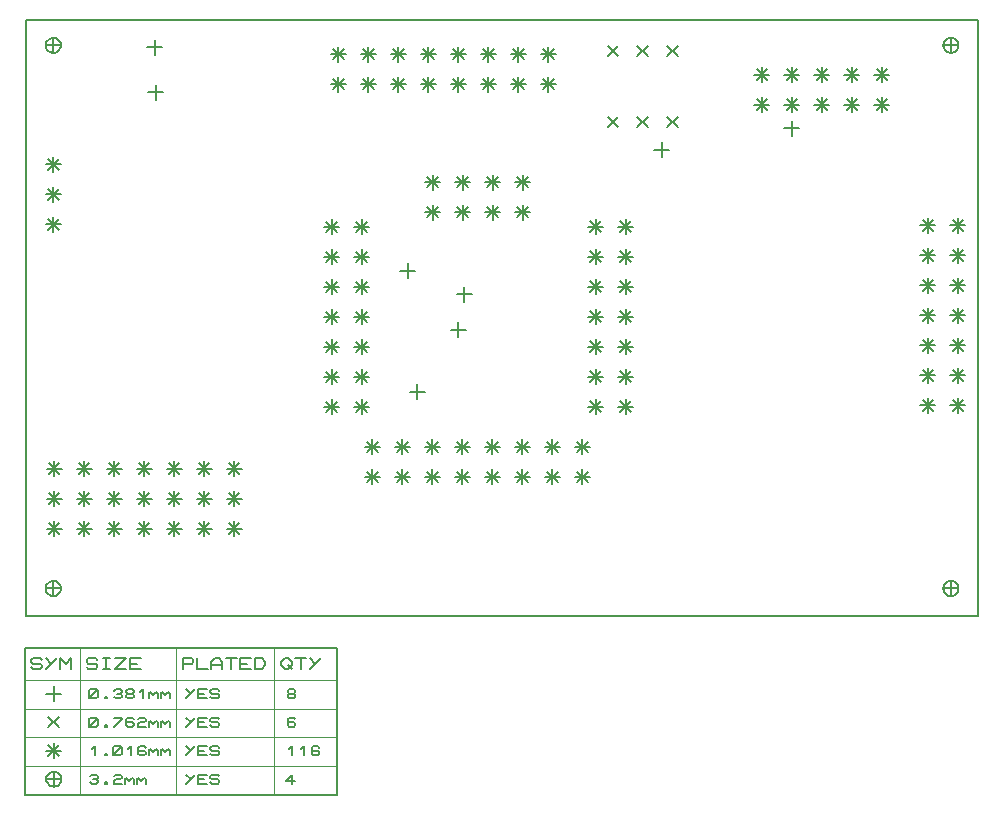
<source format=gbr>
G04 PROTEUS RS274X GERBER FILE*
%FSLAX45Y45*%
%MOMM*%
G01*
%ADD70C,0.203200*%
%ADD39C,0.127000*%
%ADD23C,0.063500*%
D70*
X-170000Y+53500D02*
X-170000Y-73500D01*
X-233500Y-10000D02*
X-106500Y-10000D01*
X-2743127Y+2444187D02*
X-2743127Y+2317187D01*
X-2806627Y+2380687D02*
X-2679627Y+2380687D01*
X+1550000Y+1579762D02*
X+1550000Y+1452762D01*
X+1486500Y+1516262D02*
X+1613500Y+1516262D01*
X-600000Y+553500D02*
X-600000Y+426500D01*
X-663500Y+490000D02*
X-536500Y+490000D01*
X-518160Y-469900D02*
X-518160Y-596900D01*
X-581660Y-533400D02*
X-454660Y-533400D01*
X-119459Y+353054D02*
X-119459Y+226054D01*
X-182959Y+289554D02*
X-55959Y+289554D01*
X+2653530Y+1758420D02*
X+2653530Y+1631420D01*
X+2590030Y+1694920D02*
X+2717030Y+1694920D01*
X-2732384Y+2064316D02*
X-2732384Y+1937316D01*
X-2795884Y+2000816D02*
X-2668884Y+2000816D01*
X+2400000Y+1959500D02*
X+2400000Y+1832500D01*
X+2336500Y+1896000D02*
X+2463500Y+1896000D01*
X+2355099Y+1940901D02*
X+2444901Y+1851099D01*
X+2355099Y+1851099D02*
X+2444901Y+1940901D01*
X+2654000Y+1959500D02*
X+2654000Y+1832500D01*
X+2590500Y+1896000D02*
X+2717500Y+1896000D01*
X+2609099Y+1940901D02*
X+2698901Y+1851099D01*
X+2609099Y+1851099D02*
X+2698901Y+1940901D01*
X+2908000Y+1959500D02*
X+2908000Y+1832500D01*
X+2844500Y+1896000D02*
X+2971500Y+1896000D01*
X+2863099Y+1940901D02*
X+2952901Y+1851099D01*
X+2863099Y+1851099D02*
X+2952901Y+1940901D01*
X+3162000Y+1959500D02*
X+3162000Y+1832500D01*
X+3098500Y+1896000D02*
X+3225500Y+1896000D01*
X+3117099Y+1940901D02*
X+3206901Y+1851099D01*
X+3117099Y+1851099D02*
X+3206901Y+1940901D01*
X+3416000Y+1959500D02*
X+3416000Y+1832500D01*
X+3352500Y+1896000D02*
X+3479500Y+1896000D01*
X+3371099Y+1940901D02*
X+3460901Y+1851099D01*
X+3371099Y+1851099D02*
X+3460901Y+1940901D01*
X+3416000Y+2213500D02*
X+3416000Y+2086500D01*
X+3352500Y+2150000D02*
X+3479500Y+2150000D01*
X+3371099Y+2194901D02*
X+3460901Y+2105099D01*
X+3371099Y+2105099D02*
X+3460901Y+2194901D01*
X+3162000Y+2213500D02*
X+3162000Y+2086500D01*
X+3098500Y+2150000D02*
X+3225500Y+2150000D01*
X+3117099Y+2194901D02*
X+3206901Y+2105099D01*
X+3117099Y+2105099D02*
X+3206901Y+2194901D01*
X+2908000Y+2213500D02*
X+2908000Y+2086500D01*
X+2844500Y+2150000D02*
X+2971500Y+2150000D01*
X+2863099Y+2194901D02*
X+2952901Y+2105099D01*
X+2863099Y+2105099D02*
X+2952901Y+2194901D01*
X+2654000Y+2213500D02*
X+2654000Y+2086500D01*
X+2590500Y+2150000D02*
X+2717500Y+2150000D01*
X+2609099Y+2194901D02*
X+2698901Y+2105099D01*
X+2609099Y+2105099D02*
X+2698901Y+2194901D01*
X+2400000Y+2213500D02*
X+2400000Y+2086500D01*
X+2336500Y+2150000D02*
X+2463500Y+2150000D01*
X+2355099Y+2194901D02*
X+2444901Y+2105099D01*
X+2355099Y+2105099D02*
X+2444901Y+2194901D01*
X-2069120Y-1376500D02*
X-2069120Y-1503500D01*
X-2132620Y-1440000D02*
X-2005620Y-1440000D01*
X-2114021Y-1395099D02*
X-2024219Y-1484901D01*
X-2114021Y-1484901D02*
X-2024219Y-1395099D01*
X-2323120Y-1376500D02*
X-2323120Y-1503500D01*
X-2386620Y-1440000D02*
X-2259620Y-1440000D01*
X-2368021Y-1395099D02*
X-2278219Y-1484901D01*
X-2368021Y-1484901D02*
X-2278219Y-1395099D01*
X-2577120Y-1376500D02*
X-2577120Y-1503500D01*
X-2640620Y-1440000D02*
X-2513620Y-1440000D01*
X-2622021Y-1395099D02*
X-2532219Y-1484901D01*
X-2622021Y-1484901D02*
X-2532219Y-1395099D01*
X-2831120Y-1376500D02*
X-2831120Y-1503500D01*
X-2894620Y-1440000D02*
X-2767620Y-1440000D01*
X-2876021Y-1395099D02*
X-2786219Y-1484901D01*
X-2876021Y-1484901D02*
X-2786219Y-1395099D01*
X-3085120Y-1376500D02*
X-3085120Y-1503500D01*
X-3148620Y-1440000D02*
X-3021620Y-1440000D01*
X-3130021Y-1395099D02*
X-3040219Y-1484901D01*
X-3130021Y-1484901D02*
X-3040219Y-1395099D01*
X-3339120Y-1376500D02*
X-3339120Y-1503500D01*
X-3402620Y-1440000D02*
X-3275620Y-1440000D01*
X-3384021Y-1395099D02*
X-3294219Y-1484901D01*
X-3384021Y-1484901D02*
X-3294219Y-1395099D01*
X-3593120Y-1376500D02*
X-3593120Y-1503500D01*
X-3656620Y-1440000D02*
X-3529620Y-1440000D01*
X-3638021Y-1395099D02*
X-3548219Y-1484901D01*
X-3638021Y-1484901D02*
X-3548219Y-1395099D01*
X-3593120Y-1630500D02*
X-3593120Y-1757500D01*
X-3656620Y-1694000D02*
X-3529620Y-1694000D01*
X-3638021Y-1649099D02*
X-3548219Y-1738901D01*
X-3638021Y-1738901D02*
X-3548219Y-1649099D01*
X-3339120Y-1630500D02*
X-3339120Y-1757500D01*
X-3402620Y-1694000D02*
X-3275620Y-1694000D01*
X-3384021Y-1649099D02*
X-3294219Y-1738901D01*
X-3384021Y-1738901D02*
X-3294219Y-1649099D01*
X-3085120Y-1630500D02*
X-3085120Y-1757500D01*
X-3148620Y-1694000D02*
X-3021620Y-1694000D01*
X-3130021Y-1649099D02*
X-3040219Y-1738901D01*
X-3130021Y-1738901D02*
X-3040219Y-1649099D01*
X-2831120Y-1630500D02*
X-2831120Y-1757500D01*
X-2894620Y-1694000D02*
X-2767620Y-1694000D01*
X-2876021Y-1649099D02*
X-2786219Y-1738901D01*
X-2876021Y-1738901D02*
X-2786219Y-1649099D01*
X-2577120Y-1630500D02*
X-2577120Y-1757500D01*
X-2640620Y-1694000D02*
X-2513620Y-1694000D01*
X-2622021Y-1649099D02*
X-2532219Y-1738901D01*
X-2622021Y-1738901D02*
X-2532219Y-1649099D01*
X-2323120Y-1630500D02*
X-2323120Y-1757500D01*
X-2386620Y-1694000D02*
X-2259620Y-1694000D01*
X-2368021Y-1649099D02*
X-2278219Y-1738901D01*
X-2368021Y-1738901D02*
X-2278219Y-1649099D01*
X-2069120Y-1630500D02*
X-2069120Y-1757500D01*
X-2132620Y-1694000D02*
X-2005620Y-1694000D01*
X-2114021Y-1649099D02*
X-2024219Y-1738901D01*
X-2114021Y-1738901D02*
X-2024219Y-1649099D01*
X-3593120Y-1122880D02*
X-3593120Y-1249880D01*
X-3656620Y-1186380D02*
X-3529620Y-1186380D01*
X-3638021Y-1141479D02*
X-3548219Y-1231281D01*
X-3638021Y-1231281D02*
X-3548219Y-1141479D01*
X-3339120Y-1122880D02*
X-3339120Y-1249880D01*
X-3402620Y-1186380D02*
X-3275620Y-1186380D01*
X-3384021Y-1141479D02*
X-3294219Y-1231281D01*
X-3384021Y-1231281D02*
X-3294219Y-1141479D01*
X-3085120Y-1122880D02*
X-3085120Y-1249880D01*
X-3148620Y-1186380D02*
X-3021620Y-1186380D01*
X-3130021Y-1141479D02*
X-3040219Y-1231281D01*
X-3130021Y-1231281D02*
X-3040219Y-1141479D01*
X-2831120Y-1122880D02*
X-2831120Y-1249880D01*
X-2894620Y-1186380D02*
X-2767620Y-1186380D01*
X-2876021Y-1141479D02*
X-2786219Y-1231281D01*
X-2876021Y-1231281D02*
X-2786219Y-1141479D01*
X-2577120Y-1122880D02*
X-2577120Y-1249880D01*
X-2640620Y-1186380D02*
X-2513620Y-1186380D01*
X-2622021Y-1141479D02*
X-2532219Y-1231281D01*
X-2622021Y-1231281D02*
X-2532219Y-1141479D01*
X-2323120Y-1122880D02*
X-2323120Y-1249880D01*
X-2386620Y-1186380D02*
X-2259620Y-1186380D01*
X-2368021Y-1141479D02*
X-2278219Y-1231281D01*
X-2368021Y-1231281D02*
X-2278219Y-1141479D01*
X-2069120Y-1122880D02*
X-2069120Y-1249880D01*
X-2132620Y-1186380D02*
X-2005620Y-1186380D01*
X-2114021Y-1141479D02*
X-2024219Y-1231281D01*
X-2114021Y-1231281D02*
X-2024219Y-1141479D01*
X-3600000Y+947500D02*
X-3600000Y+820500D01*
X-3663500Y+884000D02*
X-3536500Y+884000D01*
X-3644901Y+928901D02*
X-3555099Y+839099D01*
X-3644901Y+839099D02*
X-3555099Y+928901D01*
X-3600000Y+1201500D02*
X-3600000Y+1074500D01*
X-3663500Y+1138000D02*
X-3536500Y+1138000D01*
X-3644901Y+1182901D02*
X-3555099Y+1093099D01*
X-3644901Y+1093099D02*
X-3555099Y+1182901D01*
X-3600000Y+1455500D02*
X-3600000Y+1328500D01*
X-3663500Y+1392000D02*
X-3536500Y+1392000D01*
X-3644901Y+1436901D02*
X-3555099Y+1347099D01*
X-3644901Y+1347099D02*
X-3555099Y+1436901D01*
X+4058920Y-586540D02*
X+4058920Y-713540D01*
X+3995420Y-650040D02*
X+4122420Y-650040D01*
X+4014019Y-605139D02*
X+4103821Y-694941D01*
X+4014019Y-694941D02*
X+4103821Y-605139D01*
X+4058920Y-332540D02*
X+4058920Y-459540D01*
X+3995420Y-396040D02*
X+4122420Y-396040D01*
X+4014019Y-351139D02*
X+4103821Y-440941D01*
X+4014019Y-440941D02*
X+4103821Y-351139D01*
X+4058920Y-78540D02*
X+4058920Y-205540D01*
X+3995420Y-142040D02*
X+4122420Y-142040D01*
X+4014019Y-97139D02*
X+4103821Y-186941D01*
X+4014019Y-186941D02*
X+4103821Y-97139D01*
X+4058920Y+175460D02*
X+4058920Y+48460D01*
X+3995420Y+111960D02*
X+4122420Y+111960D01*
X+4014019Y+156861D02*
X+4103821Y+67059D01*
X+4014019Y+67059D02*
X+4103821Y+156861D01*
X+4058920Y+429460D02*
X+4058920Y+302460D01*
X+3995420Y+365960D02*
X+4122420Y+365960D01*
X+4014019Y+410861D02*
X+4103821Y+321059D01*
X+4014019Y+321059D02*
X+4103821Y+410861D01*
X+4058920Y+683460D02*
X+4058920Y+556460D01*
X+3995420Y+619960D02*
X+4122420Y+619960D01*
X+4014019Y+664861D02*
X+4103821Y+575059D01*
X+4014019Y+575059D02*
X+4103821Y+664861D01*
X+4058920Y+937460D02*
X+4058920Y+810460D01*
X+3995420Y+873960D02*
X+4122420Y+873960D01*
X+4014019Y+918861D02*
X+4103821Y+829059D01*
X+4014019Y+829059D02*
X+4103821Y+918861D01*
X+3804920Y+937460D02*
X+3804920Y+810460D01*
X+3741420Y+873960D02*
X+3868420Y+873960D01*
X+3760019Y+918861D02*
X+3849821Y+829059D01*
X+3760019Y+829059D02*
X+3849821Y+918861D01*
X+3804920Y+683460D02*
X+3804920Y+556460D01*
X+3741420Y+619960D02*
X+3868420Y+619960D01*
X+3760019Y+664861D02*
X+3849821Y+575059D01*
X+3760019Y+575059D02*
X+3849821Y+664861D01*
X+3804920Y+429460D02*
X+3804920Y+302460D01*
X+3741420Y+365960D02*
X+3868420Y+365960D01*
X+3760019Y+410861D02*
X+3849821Y+321059D01*
X+3760019Y+321059D02*
X+3849821Y+410861D01*
X+3804920Y+175460D02*
X+3804920Y+48460D01*
X+3741420Y+111960D02*
X+3868420Y+111960D01*
X+3760019Y+156861D02*
X+3849821Y+67059D01*
X+3760019Y+67059D02*
X+3849821Y+156861D01*
X+3804920Y-78540D02*
X+3804920Y-205540D01*
X+3741420Y-142040D02*
X+3868420Y-142040D01*
X+3760019Y-97139D02*
X+3849821Y-186941D01*
X+3760019Y-186941D02*
X+3849821Y-97139D01*
X+3804920Y-332540D02*
X+3804920Y-459540D01*
X+3741420Y-396040D02*
X+3868420Y-396040D01*
X+3760019Y-351139D02*
X+3849821Y-440941D01*
X+3760019Y-440941D02*
X+3849821Y-351139D01*
X+3804920Y-586540D02*
X+3804920Y-713540D01*
X+3741420Y-650040D02*
X+3868420Y-650040D01*
X+3760019Y-605139D02*
X+3849821Y-694941D01*
X+3760019Y-694941D02*
X+3849821Y-605139D01*
X+1095099Y+1794901D02*
X+1184901Y+1705099D01*
X+1095099Y+1705099D02*
X+1184901Y+1794901D01*
X+1345099Y+1794901D02*
X+1434901Y+1705099D01*
X+1345099Y+1705099D02*
X+1434901Y+1794901D01*
X+1595099Y+1794901D02*
X+1684901Y+1705099D01*
X+1595099Y+1705099D02*
X+1684901Y+1794901D01*
X+1595099Y+2394901D02*
X+1684901Y+2305099D01*
X+1595099Y+2305099D02*
X+1684901Y+2394901D01*
X+1345099Y+2394901D02*
X+1434901Y+2305099D01*
X+1345099Y+2305099D02*
X+1434901Y+2394901D01*
X+1095099Y+2394901D02*
X+1184901Y+2305099D01*
X+1095099Y+2305099D02*
X+1184901Y+2394901D01*
X-3536500Y+2400000D02*
X-3536717Y+2405247D01*
X-3538482Y+2415742D01*
X-3542174Y+2426237D01*
X-3548202Y+2436732D01*
X-3557424Y+2447112D01*
X-3567919Y+2454800D01*
X-3578414Y+2459718D01*
X-3588909Y+2462524D01*
X-3599404Y+2463497D01*
X-3600000Y+2463500D01*
X-3663500Y+2400000D02*
X-3663283Y+2405247D01*
X-3661518Y+2415742D01*
X-3657826Y+2426237D01*
X-3651798Y+2436732D01*
X-3642576Y+2447112D01*
X-3632081Y+2454800D01*
X-3621586Y+2459718D01*
X-3611091Y+2462524D01*
X-3600596Y+2463497D01*
X-3600000Y+2463500D01*
X-3663500Y+2400000D02*
X-3663283Y+2394753D01*
X-3661518Y+2384258D01*
X-3657826Y+2373763D01*
X-3651798Y+2363268D01*
X-3642576Y+2352888D01*
X-3632081Y+2345200D01*
X-3621586Y+2340282D01*
X-3611091Y+2337476D01*
X-3600596Y+2336503D01*
X-3600000Y+2336500D01*
X-3536500Y+2400000D02*
X-3536717Y+2394753D01*
X-3538482Y+2384258D01*
X-3542174Y+2373763D01*
X-3548202Y+2363268D01*
X-3557424Y+2352888D01*
X-3567919Y+2345200D01*
X-3578414Y+2340282D01*
X-3588909Y+2337476D01*
X-3599404Y+2336503D01*
X-3600000Y+2336500D01*
X-3600000Y+2463500D02*
X-3600000Y+2336500D01*
X-3663500Y+2400000D02*
X-3536500Y+2400000D01*
X+4063500Y+2400000D02*
X+4063283Y+2405247D01*
X+4061518Y+2415742D01*
X+4057826Y+2426237D01*
X+4051798Y+2436732D01*
X+4042576Y+2447112D01*
X+4032081Y+2454800D01*
X+4021586Y+2459718D01*
X+4011091Y+2462524D01*
X+4000596Y+2463497D01*
X+4000000Y+2463500D01*
X+3936500Y+2400000D02*
X+3936717Y+2405247D01*
X+3938482Y+2415742D01*
X+3942174Y+2426237D01*
X+3948202Y+2436732D01*
X+3957424Y+2447112D01*
X+3967919Y+2454800D01*
X+3978414Y+2459718D01*
X+3988909Y+2462524D01*
X+3999404Y+2463497D01*
X+4000000Y+2463500D01*
X+3936500Y+2400000D02*
X+3936717Y+2394753D01*
X+3938482Y+2384258D01*
X+3942174Y+2373763D01*
X+3948202Y+2363268D01*
X+3957424Y+2352888D01*
X+3967919Y+2345200D01*
X+3978414Y+2340282D01*
X+3988909Y+2337476D01*
X+3999404Y+2336503D01*
X+4000000Y+2336500D01*
X+4063500Y+2400000D02*
X+4063283Y+2394753D01*
X+4061518Y+2384258D01*
X+4057826Y+2373763D01*
X+4051798Y+2363268D01*
X+4042576Y+2352888D01*
X+4032081Y+2345200D01*
X+4021586Y+2340282D01*
X+4011091Y+2337476D01*
X+4000596Y+2336503D01*
X+4000000Y+2336500D01*
X+4000000Y+2463500D02*
X+4000000Y+2336500D01*
X+3936500Y+2400000D02*
X+4063500Y+2400000D01*
X+4063500Y-2200000D02*
X+4063283Y-2194753D01*
X+4061518Y-2184258D01*
X+4057826Y-2173763D01*
X+4051798Y-2163268D01*
X+4042576Y-2152888D01*
X+4032081Y-2145200D01*
X+4021586Y-2140282D01*
X+4011091Y-2137476D01*
X+4000596Y-2136503D01*
X+4000000Y-2136500D01*
X+3936500Y-2200000D02*
X+3936717Y-2194753D01*
X+3938482Y-2184258D01*
X+3942174Y-2173763D01*
X+3948202Y-2163268D01*
X+3957424Y-2152888D01*
X+3967919Y-2145200D01*
X+3978414Y-2140282D01*
X+3988909Y-2137476D01*
X+3999404Y-2136503D01*
X+4000000Y-2136500D01*
X+3936500Y-2200000D02*
X+3936717Y-2205247D01*
X+3938482Y-2215742D01*
X+3942174Y-2226237D01*
X+3948202Y-2236732D01*
X+3957424Y-2247112D01*
X+3967919Y-2254800D01*
X+3978414Y-2259718D01*
X+3988909Y-2262524D01*
X+3999404Y-2263497D01*
X+4000000Y-2263500D01*
X+4063500Y-2200000D02*
X+4063283Y-2205247D01*
X+4061518Y-2215742D01*
X+4057826Y-2226237D01*
X+4051798Y-2236732D01*
X+4042576Y-2247112D01*
X+4032081Y-2254800D01*
X+4021586Y-2259718D01*
X+4011091Y-2262524D01*
X+4000596Y-2263497D01*
X+4000000Y-2263500D01*
X+4000000Y-2136500D02*
X+4000000Y-2263500D01*
X+3936500Y-2200000D02*
X+4063500Y-2200000D01*
X-3536500Y-2200000D02*
X-3536717Y-2194753D01*
X-3538482Y-2184258D01*
X-3542174Y-2173763D01*
X-3548202Y-2163268D01*
X-3557424Y-2152888D01*
X-3567919Y-2145200D01*
X-3578414Y-2140282D01*
X-3588909Y-2137476D01*
X-3599404Y-2136503D01*
X-3600000Y-2136500D01*
X-3663500Y-2200000D02*
X-3663283Y-2194753D01*
X-3661518Y-2184258D01*
X-3657826Y-2173763D01*
X-3651798Y-2163268D01*
X-3642576Y-2152888D01*
X-3632081Y-2145200D01*
X-3621586Y-2140282D01*
X-3611091Y-2137476D01*
X-3600596Y-2136503D01*
X-3600000Y-2136500D01*
X-3663500Y-2200000D02*
X-3663283Y-2205247D01*
X-3661518Y-2215742D01*
X-3657826Y-2226237D01*
X-3651798Y-2236732D01*
X-3642576Y-2247112D01*
X-3632081Y-2254800D01*
X-3621586Y-2259718D01*
X-3611091Y-2262524D01*
X-3600596Y-2263497D01*
X-3600000Y-2263500D01*
X-3536500Y-2200000D02*
X-3536717Y-2205247D01*
X-3538482Y-2215742D01*
X-3542174Y-2226237D01*
X-3548202Y-2236732D01*
X-3557424Y-2247112D01*
X-3567919Y-2254800D01*
X-3578414Y-2259718D01*
X-3588909Y-2262524D01*
X-3599404Y-2263497D01*
X-3600000Y-2263500D01*
X-3600000Y-2136500D02*
X-3600000Y-2263500D01*
X-3663500Y-2200000D02*
X-3536500Y-2200000D01*
X-1186200Y+2133500D02*
X-1186200Y+2006500D01*
X-1249700Y+2070000D02*
X-1122700Y+2070000D01*
X-1231101Y+2114901D02*
X-1141299Y+2025099D01*
X-1231101Y+2025099D02*
X-1141299Y+2114901D01*
X-932200Y+2133500D02*
X-932200Y+2006500D01*
X-995700Y+2070000D02*
X-868700Y+2070000D01*
X-977101Y+2114901D02*
X-887299Y+2025099D01*
X-977101Y+2025099D02*
X-887299Y+2114901D01*
X-678200Y+2133500D02*
X-678200Y+2006500D01*
X-741700Y+2070000D02*
X-614700Y+2070000D01*
X-723101Y+2114901D02*
X-633299Y+2025099D01*
X-723101Y+2025099D02*
X-633299Y+2114901D01*
X-424200Y+2133500D02*
X-424200Y+2006500D01*
X-487700Y+2070000D02*
X-360700Y+2070000D01*
X-469101Y+2114901D02*
X-379299Y+2025099D01*
X-469101Y+2025099D02*
X-379299Y+2114901D01*
X-170200Y+2133500D02*
X-170200Y+2006500D01*
X-233700Y+2070000D02*
X-106700Y+2070000D01*
X-215101Y+2114901D02*
X-125299Y+2025099D01*
X-215101Y+2025099D02*
X-125299Y+2114901D01*
X+83800Y+2133500D02*
X+83800Y+2006500D01*
X+20300Y+2070000D02*
X+147300Y+2070000D01*
X+38899Y+2114901D02*
X+128701Y+2025099D01*
X+38899Y+2025099D02*
X+128701Y+2114901D01*
X+337800Y+2133500D02*
X+337800Y+2006500D01*
X+274300Y+2070000D02*
X+401300Y+2070000D01*
X+292899Y+2114901D02*
X+382701Y+2025099D01*
X+292899Y+2025099D02*
X+382701Y+2114901D01*
X+591800Y+2133500D02*
X+591800Y+2006500D01*
X+528300Y+2070000D02*
X+655300Y+2070000D01*
X+546899Y+2114901D02*
X+636701Y+2025099D01*
X+546899Y+2025099D02*
X+636701Y+2114901D01*
X+591800Y+2387500D02*
X+591800Y+2260500D01*
X+528300Y+2324000D02*
X+655300Y+2324000D01*
X+546899Y+2368901D02*
X+636701Y+2279099D01*
X+546899Y+2279099D02*
X+636701Y+2368901D01*
X+337800Y+2387500D02*
X+337800Y+2260500D01*
X+274300Y+2324000D02*
X+401300Y+2324000D01*
X+292899Y+2368901D02*
X+382701Y+2279099D01*
X+292899Y+2279099D02*
X+382701Y+2368901D01*
X+83800Y+2387500D02*
X+83800Y+2260500D01*
X+20300Y+2324000D02*
X+147300Y+2324000D01*
X+38899Y+2368901D02*
X+128701Y+2279099D01*
X+38899Y+2279099D02*
X+128701Y+2368901D01*
X-170200Y+2387500D02*
X-170200Y+2260500D01*
X-233700Y+2324000D02*
X-106700Y+2324000D01*
X-215101Y+2368901D02*
X-125299Y+2279099D01*
X-215101Y+2279099D02*
X-125299Y+2368901D01*
X-424200Y+2387500D02*
X-424200Y+2260500D01*
X-487700Y+2324000D02*
X-360700Y+2324000D01*
X-469101Y+2368901D02*
X-379299Y+2279099D01*
X-469101Y+2279099D02*
X-379299Y+2368901D01*
X-678200Y+2387500D02*
X-678200Y+2260500D01*
X-741700Y+2324000D02*
X-614700Y+2324000D01*
X-723101Y+2368901D02*
X-633299Y+2279099D01*
X-723101Y+2279099D02*
X-633299Y+2368901D01*
X-932200Y+2387500D02*
X-932200Y+2260500D01*
X-995700Y+2324000D02*
X-868700Y+2324000D01*
X-977101Y+2368901D02*
X-887299Y+2279099D01*
X-977101Y+2279099D02*
X-887299Y+2368901D01*
X-1186200Y+2387500D02*
X-1186200Y+2260500D01*
X-1249700Y+2324000D02*
X-1122700Y+2324000D01*
X-1231101Y+2368901D02*
X-1141299Y+2279099D01*
X-1231101Y+2279099D02*
X-1141299Y+2368901D01*
X-1244600Y+924560D02*
X-1244600Y+797560D01*
X-1308100Y+861060D02*
X-1181100Y+861060D01*
X-1289501Y+905961D02*
X-1199699Y+816159D01*
X-1289501Y+816159D02*
X-1199699Y+905961D01*
X-1244600Y+670560D02*
X-1244600Y+543560D01*
X-1308100Y+607060D02*
X-1181100Y+607060D01*
X-1289501Y+651961D02*
X-1199699Y+562159D01*
X-1289501Y+562159D02*
X-1199699Y+651961D01*
X-1244600Y+416560D02*
X-1244600Y+289560D01*
X-1308100Y+353060D02*
X-1181100Y+353060D01*
X-1289501Y+397961D02*
X-1199699Y+308159D01*
X-1289501Y+308159D02*
X-1199699Y+397961D01*
X-1244600Y+162560D02*
X-1244600Y+35560D01*
X-1308100Y+99060D02*
X-1181100Y+99060D01*
X-1289501Y+143961D02*
X-1199699Y+54159D01*
X-1289501Y+54159D02*
X-1199699Y+143961D01*
X-1244600Y-91440D02*
X-1244600Y-218440D01*
X-1308100Y-154940D02*
X-1181100Y-154940D01*
X-1289501Y-110039D02*
X-1199699Y-199841D01*
X-1289501Y-199841D02*
X-1199699Y-110039D01*
X-1244600Y-345440D02*
X-1244600Y-472440D01*
X-1308100Y-408940D02*
X-1181100Y-408940D01*
X-1289501Y-364039D02*
X-1199699Y-453841D01*
X-1289501Y-453841D02*
X-1199699Y-364039D01*
X-1244600Y-599440D02*
X-1244600Y-726440D01*
X-1308100Y-662940D02*
X-1181100Y-662940D01*
X-1289501Y-618039D02*
X-1199699Y-707841D01*
X-1289501Y-707841D02*
X-1199699Y-618039D01*
X-990600Y-599440D02*
X-990600Y-726440D01*
X-1054100Y-662940D02*
X-927100Y-662940D01*
X-1035501Y-618039D02*
X-945699Y-707841D01*
X-1035501Y-707841D02*
X-945699Y-618039D01*
X-990600Y-345440D02*
X-990600Y-472440D01*
X-1054100Y-408940D02*
X-927100Y-408940D01*
X-1035501Y-364039D02*
X-945699Y-453841D01*
X-1035501Y-453841D02*
X-945699Y-364039D01*
X-990600Y-91440D02*
X-990600Y-218440D01*
X-1054100Y-154940D02*
X-927100Y-154940D01*
X-1035501Y-110039D02*
X-945699Y-199841D01*
X-1035501Y-199841D02*
X-945699Y-110039D01*
X-990600Y+162560D02*
X-990600Y+35560D01*
X-1054100Y+99060D02*
X-927100Y+99060D01*
X-1035501Y+143961D02*
X-945699Y+54159D01*
X-1035501Y+54159D02*
X-945699Y+143961D01*
X-990600Y+416560D02*
X-990600Y+289560D01*
X-1054100Y+353060D02*
X-927100Y+353060D01*
X-1035501Y+397961D02*
X-945699Y+308159D01*
X-1035501Y+308159D02*
X-945699Y+397961D01*
X-990600Y+670560D02*
X-990600Y+543560D01*
X-1054100Y+607060D02*
X-927100Y+607060D01*
X-1035501Y+651961D02*
X-945699Y+562159D01*
X-1035501Y+562159D02*
X-945699Y+651961D01*
X-990600Y+924560D02*
X-990600Y+797560D01*
X-1054100Y+861060D02*
X-927100Y+861060D01*
X-1035501Y+905961D02*
X-945699Y+816159D01*
X-1035501Y+816159D02*
X-945699Y+905961D01*
X+1244600Y-596900D02*
X+1244600Y-723900D01*
X+1181100Y-660400D02*
X+1308100Y-660400D01*
X+1199699Y-615499D02*
X+1289501Y-705301D01*
X+1199699Y-705301D02*
X+1289501Y-615499D01*
X+1244600Y-342900D02*
X+1244600Y-469900D01*
X+1181100Y-406400D02*
X+1308100Y-406400D01*
X+1199699Y-361499D02*
X+1289501Y-451301D01*
X+1199699Y-451301D02*
X+1289501Y-361499D01*
X+1244600Y-88900D02*
X+1244600Y-215900D01*
X+1181100Y-152400D02*
X+1308100Y-152400D01*
X+1199699Y-107499D02*
X+1289501Y-197301D01*
X+1199699Y-197301D02*
X+1289501Y-107499D01*
X+1244600Y+165100D02*
X+1244600Y+38100D01*
X+1181100Y+101600D02*
X+1308100Y+101600D01*
X+1199699Y+146501D02*
X+1289501Y+56699D01*
X+1199699Y+56699D02*
X+1289501Y+146501D01*
X+1244600Y+419100D02*
X+1244600Y+292100D01*
X+1181100Y+355600D02*
X+1308100Y+355600D01*
X+1199699Y+400501D02*
X+1289501Y+310699D01*
X+1199699Y+310699D02*
X+1289501Y+400501D01*
X+1244600Y+673100D02*
X+1244600Y+546100D01*
X+1181100Y+609600D02*
X+1308100Y+609600D01*
X+1199699Y+654501D02*
X+1289501Y+564699D01*
X+1199699Y+564699D02*
X+1289501Y+654501D01*
X+1244600Y+927100D02*
X+1244600Y+800100D01*
X+1181100Y+863600D02*
X+1308100Y+863600D01*
X+1199699Y+908501D02*
X+1289501Y+818699D01*
X+1199699Y+818699D02*
X+1289501Y+908501D01*
X+990600Y+927100D02*
X+990600Y+800100D01*
X+927100Y+863600D02*
X+1054100Y+863600D01*
X+945699Y+908501D02*
X+1035501Y+818699D01*
X+945699Y+818699D02*
X+1035501Y+908501D01*
X+990600Y+673100D02*
X+990600Y+546100D01*
X+927100Y+609600D02*
X+1054100Y+609600D01*
X+945699Y+654501D02*
X+1035501Y+564699D01*
X+945699Y+564699D02*
X+1035501Y+654501D01*
X+990600Y+419100D02*
X+990600Y+292100D01*
X+927100Y+355600D02*
X+1054100Y+355600D01*
X+945699Y+400501D02*
X+1035501Y+310699D01*
X+945699Y+310699D02*
X+1035501Y+400501D01*
X+990600Y+165100D02*
X+990600Y+38100D01*
X+927100Y+101600D02*
X+1054100Y+101600D01*
X+945699Y+146501D02*
X+1035501Y+56699D01*
X+945699Y+56699D02*
X+1035501Y+146501D01*
X+990600Y-88900D02*
X+990600Y-215900D01*
X+927100Y-152400D02*
X+1054100Y-152400D01*
X+945699Y-107499D02*
X+1035501Y-197301D01*
X+945699Y-197301D02*
X+1035501Y-107499D01*
X+990600Y-342900D02*
X+990600Y-469900D01*
X+927100Y-406400D02*
X+1054100Y-406400D01*
X+945699Y-361499D02*
X+1035501Y-451301D01*
X+945699Y-451301D02*
X+1035501Y-361499D01*
X+990600Y-596900D02*
X+990600Y-723900D01*
X+927100Y-660400D02*
X+1054100Y-660400D01*
X+945699Y-615499D02*
X+1035501Y-705301D01*
X+945699Y-705301D02*
X+1035501Y-615499D01*
X-388000Y+1049500D02*
X-388000Y+922500D01*
X-451500Y+986000D02*
X-324500Y+986000D01*
X-432901Y+1030901D02*
X-343099Y+941099D01*
X-432901Y+941099D02*
X-343099Y+1030901D01*
X-134000Y+1049500D02*
X-134000Y+922500D01*
X-197500Y+986000D02*
X-70500Y+986000D01*
X-178901Y+1030901D02*
X-89099Y+941099D01*
X-178901Y+941099D02*
X-89099Y+1030901D01*
X+120000Y+1049500D02*
X+120000Y+922500D01*
X+56500Y+986000D02*
X+183500Y+986000D01*
X+75099Y+1030901D02*
X+164901Y+941099D01*
X+75099Y+941099D02*
X+164901Y+1030901D01*
X+374000Y+1049500D02*
X+374000Y+922500D01*
X+310500Y+986000D02*
X+437500Y+986000D01*
X+329099Y+1030901D02*
X+418901Y+941099D01*
X+329099Y+941099D02*
X+418901Y+1030901D01*
X+374000Y+1303500D02*
X+374000Y+1176500D01*
X+310500Y+1240000D02*
X+437500Y+1240000D01*
X+329099Y+1284901D02*
X+418901Y+1195099D01*
X+329099Y+1195099D02*
X+418901Y+1284901D01*
X+120000Y+1303500D02*
X+120000Y+1176500D01*
X+56500Y+1240000D02*
X+183500Y+1240000D01*
X+75099Y+1284901D02*
X+164901Y+1195099D01*
X+75099Y+1195099D02*
X+164901Y+1284901D01*
X-134000Y+1303500D02*
X-134000Y+1176500D01*
X-197500Y+1240000D02*
X-70500Y+1240000D01*
X-178901Y+1284901D02*
X-89099Y+1195099D01*
X-178901Y+1195099D02*
X-89099Y+1284901D01*
X-388000Y+1303500D02*
X-388000Y+1176500D01*
X-451500Y+1240000D02*
X-324500Y+1240000D01*
X-432901Y+1284901D02*
X-343099Y+1195099D01*
X-432901Y+1195099D02*
X-343099Y+1284901D01*
X+878840Y-937260D02*
X+878840Y-1064260D01*
X+815340Y-1000760D02*
X+942340Y-1000760D01*
X+833939Y-955859D02*
X+923741Y-1045661D01*
X+833939Y-1045661D02*
X+923741Y-955859D01*
X+624840Y-937260D02*
X+624840Y-1064260D01*
X+561340Y-1000760D02*
X+688340Y-1000760D01*
X+579939Y-955859D02*
X+669741Y-1045661D01*
X+579939Y-1045661D02*
X+669741Y-955859D01*
X+370840Y-937260D02*
X+370840Y-1064260D01*
X+307340Y-1000760D02*
X+434340Y-1000760D01*
X+325939Y-955859D02*
X+415741Y-1045661D01*
X+325939Y-1045661D02*
X+415741Y-955859D01*
X+116840Y-937260D02*
X+116840Y-1064260D01*
X+53340Y-1000760D02*
X+180340Y-1000760D01*
X+71939Y-955859D02*
X+161741Y-1045661D01*
X+71939Y-1045661D02*
X+161741Y-955859D01*
X-137160Y-937260D02*
X-137160Y-1064260D01*
X-200660Y-1000760D02*
X-73660Y-1000760D01*
X-182061Y-955859D02*
X-92259Y-1045661D01*
X-182061Y-1045661D02*
X-92259Y-955859D01*
X-391160Y-937260D02*
X-391160Y-1064260D01*
X-454660Y-1000760D02*
X-327660Y-1000760D01*
X-436061Y-955859D02*
X-346259Y-1045661D01*
X-436061Y-1045661D02*
X-346259Y-955859D01*
X-645160Y-937260D02*
X-645160Y-1064260D01*
X-708660Y-1000760D02*
X-581660Y-1000760D01*
X-690061Y-955859D02*
X-600259Y-1045661D01*
X-690061Y-1045661D02*
X-600259Y-955859D01*
X-899160Y-937260D02*
X-899160Y-1064260D01*
X-962660Y-1000760D02*
X-835660Y-1000760D01*
X-944061Y-955859D02*
X-854259Y-1045661D01*
X-944061Y-1045661D02*
X-854259Y-955859D01*
X-899160Y-1191260D02*
X-899160Y-1318260D01*
X-962660Y-1254760D02*
X-835660Y-1254760D01*
X-944061Y-1209859D02*
X-854259Y-1299661D01*
X-944061Y-1299661D02*
X-854259Y-1209859D01*
X-645160Y-1191260D02*
X-645160Y-1318260D01*
X-708660Y-1254760D02*
X-581660Y-1254760D01*
X-690061Y-1209859D02*
X-600259Y-1299661D01*
X-690061Y-1299661D02*
X-600259Y-1209859D01*
X-391160Y-1191260D02*
X-391160Y-1318260D01*
X-454660Y-1254760D02*
X-327660Y-1254760D01*
X-436061Y-1209859D02*
X-346259Y-1299661D01*
X-436061Y-1299661D02*
X-346259Y-1209859D01*
X-137160Y-1191260D02*
X-137160Y-1318260D01*
X-200660Y-1254760D02*
X-73660Y-1254760D01*
X-182061Y-1209859D02*
X-92259Y-1299661D01*
X-182061Y-1299661D02*
X-92259Y-1209859D01*
X+116840Y-1191260D02*
X+116840Y-1318260D01*
X+53340Y-1254760D02*
X+180340Y-1254760D01*
X+71939Y-1209859D02*
X+161741Y-1299661D01*
X+71939Y-1299661D02*
X+161741Y-1209859D01*
X+370840Y-1191260D02*
X+370840Y-1318260D01*
X+307340Y-1254760D02*
X+434340Y-1254760D01*
X+325939Y-1209859D02*
X+415741Y-1299661D01*
X+325939Y-1299661D02*
X+415741Y-1209859D01*
X+624840Y-1191260D02*
X+624840Y-1318260D01*
X+561340Y-1254760D02*
X+688340Y-1254760D01*
X+579939Y-1209859D02*
X+669741Y-1299661D01*
X+579939Y-1299661D02*
X+669741Y-1209859D01*
X+878840Y-1191260D02*
X+878840Y-1318260D01*
X+815340Y-1254760D02*
X+942340Y-1254760D01*
X+833939Y-1209859D02*
X+923741Y-1299661D01*
X+833939Y-1299661D02*
X+923741Y-1209859D01*
X-3830000Y-2435820D02*
X+4230920Y-2435820D01*
X+4230920Y+2610960D01*
X-3830000Y+2610960D01*
X-3830000Y-2435820D01*
D39*
X-3842700Y-3947120D02*
X-1198560Y-3947120D01*
X-1198560Y-2702520D01*
X-3842700Y-2702520D01*
X-3842700Y-3947120D01*
D23*
X-3375338Y-2702520D02*
X-3375338Y-3947120D01*
X-2562538Y-2702520D02*
X-2562538Y-3947120D01*
X-1729418Y-2702520D02*
X-1729418Y-3947120D01*
X-3842700Y-2975570D02*
X-1198560Y-2975570D01*
X-3842700Y-3216870D02*
X-1198560Y-3216870D01*
X-3842700Y-3458170D02*
X-1198560Y-3458170D01*
X-3842700Y-3699470D02*
X-1198560Y-3699470D01*
D39*
X-3785550Y-2866350D02*
X-3770310Y-2881590D01*
X-3709350Y-2881590D01*
X-3694110Y-2866350D01*
X-3694110Y-2851110D01*
X-3709350Y-2835870D01*
X-3770310Y-2835870D01*
X-3785550Y-2820630D01*
X-3785550Y-2805390D01*
X-3770310Y-2790150D01*
X-3709350Y-2790150D01*
X-3694110Y-2805390D01*
X-3572190Y-2790150D02*
X-3663630Y-2881590D01*
X-3663630Y-2790150D02*
X-3617910Y-2835870D01*
X-3541710Y-2881590D02*
X-3541710Y-2790150D01*
X-3495990Y-2835870D01*
X-3450270Y-2790150D01*
X-3450270Y-2881590D01*
X-3318190Y-2866350D02*
X-3302950Y-2881590D01*
X-3241990Y-2881590D01*
X-3226750Y-2866350D01*
X-3226750Y-2851110D01*
X-3241990Y-2835870D01*
X-3302950Y-2835870D01*
X-3318190Y-2820630D01*
X-3318190Y-2805390D01*
X-3302950Y-2790150D01*
X-3241990Y-2790150D01*
X-3226750Y-2805390D01*
X-3181030Y-2790150D02*
X-3120070Y-2790150D01*
X-3150550Y-2790150D02*
X-3150550Y-2881590D01*
X-3181030Y-2881590D02*
X-3120070Y-2881590D01*
X-3074350Y-2790150D02*
X-2982910Y-2790150D01*
X-3074350Y-2881590D01*
X-2982910Y-2881590D01*
X-2860990Y-2881590D02*
X-2952430Y-2881590D01*
X-2952430Y-2790150D01*
X-2860990Y-2790150D01*
X-2952430Y-2835870D02*
X-2891470Y-2835870D01*
X-2505390Y-2881590D02*
X-2505390Y-2790150D01*
X-2429190Y-2790150D01*
X-2413950Y-2805390D01*
X-2413950Y-2820630D01*
X-2429190Y-2835870D01*
X-2505390Y-2835870D01*
X-2383470Y-2790150D02*
X-2383470Y-2881590D01*
X-2292030Y-2881590D01*
X-2261550Y-2881590D02*
X-2261550Y-2820630D01*
X-2231070Y-2790150D01*
X-2200590Y-2790150D01*
X-2170110Y-2820630D01*
X-2170110Y-2881590D01*
X-2261550Y-2851110D02*
X-2170110Y-2851110D01*
X-2139630Y-2790150D02*
X-2048190Y-2790150D01*
X-2093910Y-2790150D02*
X-2093910Y-2881590D01*
X-1926270Y-2881590D02*
X-2017710Y-2881590D01*
X-2017710Y-2790150D01*
X-1926270Y-2790150D01*
X-2017710Y-2835870D02*
X-1956750Y-2835870D01*
X-1895790Y-2881590D02*
X-1895790Y-2790150D01*
X-1834830Y-2790150D01*
X-1804350Y-2820630D01*
X-1804350Y-2851110D01*
X-1834830Y-2881590D01*
X-1895790Y-2881590D01*
X-1672270Y-2820630D02*
X-1641790Y-2790150D01*
X-1611310Y-2790150D01*
X-1580830Y-2820630D01*
X-1580830Y-2851110D01*
X-1611310Y-2881590D01*
X-1641790Y-2881590D01*
X-1672270Y-2851110D01*
X-1672270Y-2820630D01*
X-1611310Y-2851110D02*
X-1580830Y-2881590D01*
X-1550350Y-2790150D02*
X-1458910Y-2790150D01*
X-1504630Y-2790150D02*
X-1504630Y-2881590D01*
X-1336990Y-2790150D02*
X-1428430Y-2881590D01*
X-1428430Y-2790150D02*
X-1382710Y-2835870D01*
D70*
X-3596320Y-3026370D02*
X-3596320Y-3153370D01*
X-3659820Y-3089870D02*
X-3532820Y-3089870D01*
D39*
X-3299140Y-3115270D02*
X-3299140Y-3064470D01*
X-3286440Y-3051770D01*
X-3235640Y-3051770D01*
X-3222940Y-3064470D01*
X-3222940Y-3115270D01*
X-3235640Y-3127970D01*
X-3286440Y-3127970D01*
X-3299140Y-3115270D01*
X-3299140Y-3127970D02*
X-3222940Y-3051770D01*
X-3159440Y-3115270D02*
X-3146740Y-3115270D01*
X-3146740Y-3127970D01*
X-3159440Y-3127970D01*
X-3159440Y-3115270D01*
X-3083240Y-3064470D02*
X-3070540Y-3051770D01*
X-3032440Y-3051770D01*
X-3019740Y-3064470D01*
X-3019740Y-3077170D01*
X-3032440Y-3089870D01*
X-3019740Y-3102570D01*
X-3019740Y-3115270D01*
X-3032440Y-3127970D01*
X-3070540Y-3127970D01*
X-3083240Y-3115270D01*
X-3057840Y-3089870D02*
X-3032440Y-3089870D01*
X-2968940Y-3089870D02*
X-2981640Y-3077170D01*
X-2981640Y-3064470D01*
X-2968940Y-3051770D01*
X-2930840Y-3051770D01*
X-2918140Y-3064470D01*
X-2918140Y-3077170D01*
X-2930840Y-3089870D01*
X-2968940Y-3089870D01*
X-2981640Y-3102570D01*
X-2981640Y-3115270D01*
X-2968940Y-3127970D01*
X-2930840Y-3127970D01*
X-2918140Y-3115270D01*
X-2918140Y-3102570D01*
X-2930840Y-3089870D01*
X-2867340Y-3077170D02*
X-2841940Y-3051770D01*
X-2841940Y-3127970D01*
X-2791140Y-3127970D02*
X-2791140Y-3077170D01*
X-2791140Y-3089870D02*
X-2778440Y-3077170D01*
X-2753040Y-3102570D01*
X-2727640Y-3077170D01*
X-2714940Y-3089870D01*
X-2714940Y-3127970D01*
X-2689540Y-3127970D02*
X-2689540Y-3077170D01*
X-2689540Y-3089870D02*
X-2676840Y-3077170D01*
X-2651440Y-3102570D01*
X-2626040Y-3077170D01*
X-2613340Y-3089870D01*
X-2613340Y-3127970D01*
X-2397440Y-3051770D02*
X-2473640Y-3127970D01*
X-2473640Y-3051770D02*
X-2435540Y-3089870D01*
X-2295840Y-3127970D02*
X-2372040Y-3127970D01*
X-2372040Y-3051770D01*
X-2295840Y-3051770D01*
X-2372040Y-3089870D02*
X-2321240Y-3089870D01*
X-2270440Y-3115270D02*
X-2257740Y-3127970D01*
X-2206940Y-3127970D01*
X-2194240Y-3115270D01*
X-2194240Y-3102570D01*
X-2206940Y-3089870D01*
X-2257740Y-3089870D01*
X-2270440Y-3077170D01*
X-2270440Y-3064470D01*
X-2257740Y-3051770D01*
X-2206940Y-3051770D01*
X-2194240Y-3064470D01*
X-1602420Y-3089870D02*
X-1615120Y-3077170D01*
X-1615120Y-3064470D01*
X-1602420Y-3051770D01*
X-1564320Y-3051770D01*
X-1551620Y-3064470D01*
X-1551620Y-3077170D01*
X-1564320Y-3089870D01*
X-1602420Y-3089870D01*
X-1615120Y-3102570D01*
X-1615120Y-3115270D01*
X-1602420Y-3127970D01*
X-1564320Y-3127970D01*
X-1551620Y-3115270D01*
X-1551620Y-3102570D01*
X-1564320Y-3089870D01*
D70*
X-3641221Y-3286269D02*
X-3551419Y-3376071D01*
X-3641221Y-3376071D02*
X-3551419Y-3286269D01*
D39*
X-3299140Y-3356570D02*
X-3299140Y-3305770D01*
X-3286440Y-3293070D01*
X-3235640Y-3293070D01*
X-3222940Y-3305770D01*
X-3222940Y-3356570D01*
X-3235640Y-3369270D01*
X-3286440Y-3369270D01*
X-3299140Y-3356570D01*
X-3299140Y-3369270D02*
X-3222940Y-3293070D01*
X-3159440Y-3356570D02*
X-3146740Y-3356570D01*
X-3146740Y-3369270D01*
X-3159440Y-3369270D01*
X-3159440Y-3356570D01*
X-3083240Y-3293070D02*
X-3019740Y-3293070D01*
X-3019740Y-3305770D01*
X-3083240Y-3369270D01*
X-2918140Y-3305770D02*
X-2930840Y-3293070D01*
X-2968940Y-3293070D01*
X-2981640Y-3305770D01*
X-2981640Y-3356570D01*
X-2968940Y-3369270D01*
X-2930840Y-3369270D01*
X-2918140Y-3356570D01*
X-2918140Y-3343870D01*
X-2930840Y-3331170D01*
X-2981640Y-3331170D01*
X-2880040Y-3305770D02*
X-2867340Y-3293070D01*
X-2829240Y-3293070D01*
X-2816540Y-3305770D01*
X-2816540Y-3318470D01*
X-2829240Y-3331170D01*
X-2867340Y-3331170D01*
X-2880040Y-3343870D01*
X-2880040Y-3369270D01*
X-2816540Y-3369270D01*
X-2791140Y-3369270D02*
X-2791140Y-3318470D01*
X-2791140Y-3331170D02*
X-2778440Y-3318470D01*
X-2753040Y-3343870D01*
X-2727640Y-3318470D01*
X-2714940Y-3331170D01*
X-2714940Y-3369270D01*
X-2689540Y-3369270D02*
X-2689540Y-3318470D01*
X-2689540Y-3331170D02*
X-2676840Y-3318470D01*
X-2651440Y-3343870D01*
X-2626040Y-3318470D01*
X-2613340Y-3331170D01*
X-2613340Y-3369270D01*
X-2397440Y-3293070D02*
X-2473640Y-3369270D01*
X-2473640Y-3293070D02*
X-2435540Y-3331170D01*
X-2295840Y-3369270D02*
X-2372040Y-3369270D01*
X-2372040Y-3293070D01*
X-2295840Y-3293070D01*
X-2372040Y-3331170D02*
X-2321240Y-3331170D01*
X-2270440Y-3356570D02*
X-2257740Y-3369270D01*
X-2206940Y-3369270D01*
X-2194240Y-3356570D01*
X-2194240Y-3343870D01*
X-2206940Y-3331170D01*
X-2257740Y-3331170D01*
X-2270440Y-3318470D01*
X-2270440Y-3305770D01*
X-2257740Y-3293070D01*
X-2206940Y-3293070D01*
X-2194240Y-3305770D01*
X-1551620Y-3305770D02*
X-1564320Y-3293070D01*
X-1602420Y-3293070D01*
X-1615120Y-3305770D01*
X-1615120Y-3356570D01*
X-1602420Y-3369270D01*
X-1564320Y-3369270D01*
X-1551620Y-3356570D01*
X-1551620Y-3343870D01*
X-1564320Y-3331170D01*
X-1615120Y-3331170D01*
D70*
X-3596320Y-3508970D02*
X-3596320Y-3635970D01*
X-3659820Y-3572470D02*
X-3532820Y-3572470D01*
X-3641221Y-3527569D02*
X-3551419Y-3617371D01*
X-3641221Y-3617371D02*
X-3551419Y-3527569D01*
D39*
X-3273740Y-3559770D02*
X-3248340Y-3534370D01*
X-3248340Y-3610570D01*
X-3159440Y-3597870D02*
X-3146740Y-3597870D01*
X-3146740Y-3610570D01*
X-3159440Y-3610570D01*
X-3159440Y-3597870D01*
X-3095940Y-3597870D02*
X-3095940Y-3547070D01*
X-3083240Y-3534370D01*
X-3032440Y-3534370D01*
X-3019740Y-3547070D01*
X-3019740Y-3597870D01*
X-3032440Y-3610570D01*
X-3083240Y-3610570D01*
X-3095940Y-3597870D01*
X-3095940Y-3610570D02*
X-3019740Y-3534370D01*
X-2968940Y-3559770D02*
X-2943540Y-3534370D01*
X-2943540Y-3610570D01*
X-2816540Y-3547070D02*
X-2829240Y-3534370D01*
X-2867340Y-3534370D01*
X-2880040Y-3547070D01*
X-2880040Y-3597870D01*
X-2867340Y-3610570D01*
X-2829240Y-3610570D01*
X-2816540Y-3597870D01*
X-2816540Y-3585170D01*
X-2829240Y-3572470D01*
X-2880040Y-3572470D01*
X-2791140Y-3610570D02*
X-2791140Y-3559770D01*
X-2791140Y-3572470D02*
X-2778440Y-3559770D01*
X-2753040Y-3585170D01*
X-2727640Y-3559770D01*
X-2714940Y-3572470D01*
X-2714940Y-3610570D01*
X-2689540Y-3610570D02*
X-2689540Y-3559770D01*
X-2689540Y-3572470D02*
X-2676840Y-3559770D01*
X-2651440Y-3585170D01*
X-2626040Y-3559770D01*
X-2613340Y-3572470D01*
X-2613340Y-3610570D01*
X-2397440Y-3534370D02*
X-2473640Y-3610570D01*
X-2473640Y-3534370D02*
X-2435540Y-3572470D01*
X-2295840Y-3610570D02*
X-2372040Y-3610570D01*
X-2372040Y-3534370D01*
X-2295840Y-3534370D01*
X-2372040Y-3572470D02*
X-2321240Y-3572470D01*
X-2270440Y-3597870D02*
X-2257740Y-3610570D01*
X-2206940Y-3610570D01*
X-2194240Y-3597870D01*
X-2194240Y-3585170D01*
X-2206940Y-3572470D01*
X-2257740Y-3572470D01*
X-2270440Y-3559770D01*
X-2270440Y-3547070D01*
X-2257740Y-3534370D01*
X-2206940Y-3534370D01*
X-2194240Y-3547070D01*
X-1602420Y-3559770D02*
X-1577020Y-3534370D01*
X-1577020Y-3610570D01*
X-1500820Y-3559770D02*
X-1475420Y-3534370D01*
X-1475420Y-3610570D01*
X-1348420Y-3547070D02*
X-1361120Y-3534370D01*
X-1399220Y-3534370D01*
X-1411920Y-3547070D01*
X-1411920Y-3597870D01*
X-1399220Y-3610570D01*
X-1361120Y-3610570D01*
X-1348420Y-3597870D01*
X-1348420Y-3585170D01*
X-1361120Y-3572470D01*
X-1411920Y-3572470D01*
D70*
X-3532820Y-3813770D02*
X-3533037Y-3808523D01*
X-3534802Y-3798028D01*
X-3538494Y-3787533D01*
X-3544522Y-3777038D01*
X-3553744Y-3766658D01*
X-3564239Y-3758970D01*
X-3574734Y-3754052D01*
X-3585229Y-3751246D01*
X-3595724Y-3750273D01*
X-3596320Y-3750270D01*
X-3659820Y-3813770D02*
X-3659603Y-3808523D01*
X-3657838Y-3798028D01*
X-3654146Y-3787533D01*
X-3648118Y-3777038D01*
X-3638896Y-3766658D01*
X-3628401Y-3758970D01*
X-3617906Y-3754052D01*
X-3607411Y-3751246D01*
X-3596916Y-3750273D01*
X-3596320Y-3750270D01*
X-3659820Y-3813770D02*
X-3659603Y-3819017D01*
X-3657838Y-3829512D01*
X-3654146Y-3840007D01*
X-3648118Y-3850502D01*
X-3638896Y-3860882D01*
X-3628401Y-3868570D01*
X-3617906Y-3873488D01*
X-3607411Y-3876294D01*
X-3596916Y-3877267D01*
X-3596320Y-3877270D01*
X-3532820Y-3813770D02*
X-3533037Y-3819017D01*
X-3534802Y-3829512D01*
X-3538494Y-3840007D01*
X-3544522Y-3850502D01*
X-3553744Y-3860882D01*
X-3564239Y-3868570D01*
X-3574734Y-3873488D01*
X-3585229Y-3876294D01*
X-3595724Y-3877267D01*
X-3596320Y-3877270D01*
X-3596320Y-3750270D02*
X-3596320Y-3877270D01*
X-3659820Y-3813770D02*
X-3532820Y-3813770D01*
D39*
X-3286440Y-3788370D02*
X-3273740Y-3775670D01*
X-3235640Y-3775670D01*
X-3222940Y-3788370D01*
X-3222940Y-3801070D01*
X-3235640Y-3813770D01*
X-3222940Y-3826470D01*
X-3222940Y-3839170D01*
X-3235640Y-3851870D01*
X-3273740Y-3851870D01*
X-3286440Y-3839170D01*
X-3261040Y-3813770D02*
X-3235640Y-3813770D01*
X-3159440Y-3839170D02*
X-3146740Y-3839170D01*
X-3146740Y-3851870D01*
X-3159440Y-3851870D01*
X-3159440Y-3839170D01*
X-3083240Y-3788370D02*
X-3070540Y-3775670D01*
X-3032440Y-3775670D01*
X-3019740Y-3788370D01*
X-3019740Y-3801070D01*
X-3032440Y-3813770D01*
X-3070540Y-3813770D01*
X-3083240Y-3826470D01*
X-3083240Y-3851870D01*
X-3019740Y-3851870D01*
X-2994340Y-3851870D02*
X-2994340Y-3801070D01*
X-2994340Y-3813770D02*
X-2981640Y-3801070D01*
X-2956240Y-3826470D01*
X-2930840Y-3801070D01*
X-2918140Y-3813770D01*
X-2918140Y-3851870D01*
X-2892740Y-3851870D02*
X-2892740Y-3801070D01*
X-2892740Y-3813770D02*
X-2880040Y-3801070D01*
X-2854640Y-3826470D01*
X-2829240Y-3801070D01*
X-2816540Y-3813770D01*
X-2816540Y-3851870D01*
X-2397440Y-3775670D02*
X-2473640Y-3851870D01*
X-2473640Y-3775670D02*
X-2435540Y-3813770D01*
X-2295840Y-3851870D02*
X-2372040Y-3851870D01*
X-2372040Y-3775670D01*
X-2295840Y-3775670D01*
X-2372040Y-3813770D02*
X-2321240Y-3813770D01*
X-2270440Y-3839170D02*
X-2257740Y-3851870D01*
X-2206940Y-3851870D01*
X-2194240Y-3839170D01*
X-2194240Y-3826470D01*
X-2206940Y-3813770D01*
X-2257740Y-3813770D01*
X-2270440Y-3801070D01*
X-2270440Y-3788370D01*
X-2257740Y-3775670D01*
X-2206940Y-3775670D01*
X-2194240Y-3788370D01*
X-1551620Y-3826470D02*
X-1627820Y-3826470D01*
X-1577020Y-3775670D01*
X-1577020Y-3851870D01*
M02*

</source>
